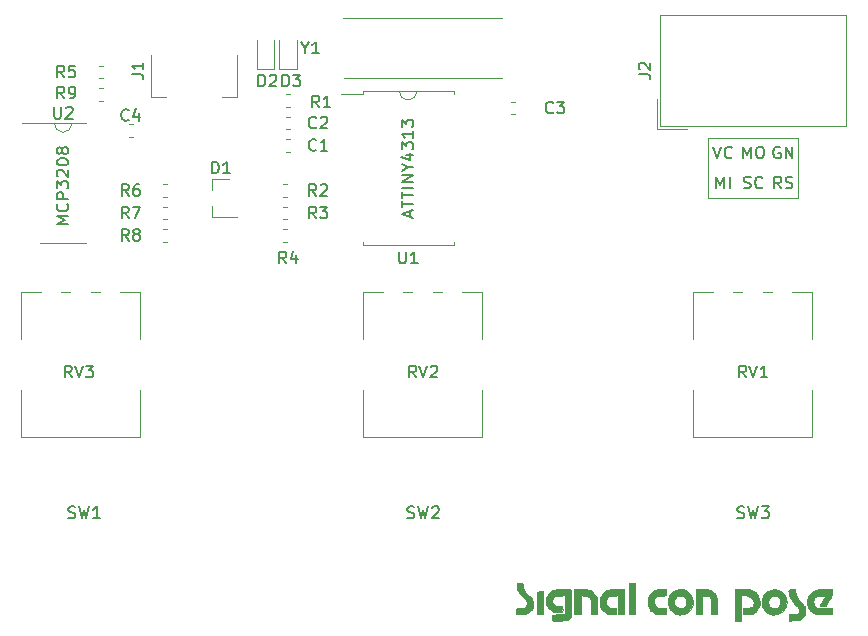
<source format=gto>
G04 #@! TF.GenerationSoftware,KiCad,Pcbnew,(5.1.2-1)-1*
G04 #@! TF.CreationDate,2019-08-25T18:33:29+09:00*
G04 #@! TF.ProjectId,mmk3,6d6d6b33-2e6b-4696-9361-645f70636258,rev?*
G04 #@! TF.SameCoordinates,Original*
G04 #@! TF.FileFunction,Legend,Top*
G04 #@! TF.FilePolarity,Positive*
%FSLAX46Y46*%
G04 Gerber Fmt 4.6, Leading zero omitted, Abs format (unit mm)*
G04 Created by KiCad (PCBNEW (5.1.2-1)-1) date 2019-08-25 18:33:29*
%MOMM*%
%LPD*%
G04 APERTURE LIST*
%ADD10C,0.120000*%
%ADD11C,0.150000*%
%ADD12C,0.010000*%
G04 APERTURE END LIST*
D10*
X158750000Y-74168000D02*
X158750000Y-79248000D01*
X166370000Y-74168000D02*
X158750000Y-74168000D01*
X166370000Y-79248000D02*
X166370000Y-74168000D01*
X158750000Y-79248000D02*
X166370000Y-79248000D01*
D11*
X164933333Y-78430380D02*
X164600000Y-77954190D01*
X164361904Y-78430380D02*
X164361904Y-77430380D01*
X164742857Y-77430380D01*
X164838095Y-77478000D01*
X164885714Y-77525619D01*
X164933333Y-77620857D01*
X164933333Y-77763714D01*
X164885714Y-77858952D01*
X164838095Y-77906571D01*
X164742857Y-77954190D01*
X164361904Y-77954190D01*
X165314285Y-78382761D02*
X165457142Y-78430380D01*
X165695238Y-78430380D01*
X165790476Y-78382761D01*
X165838095Y-78335142D01*
X165885714Y-78239904D01*
X165885714Y-78144666D01*
X165838095Y-78049428D01*
X165790476Y-78001809D01*
X165695238Y-77954190D01*
X165504761Y-77906571D01*
X165409523Y-77858952D01*
X165361904Y-77811333D01*
X165314285Y-77716095D01*
X165314285Y-77620857D01*
X165361904Y-77525619D01*
X165409523Y-77478000D01*
X165504761Y-77430380D01*
X165742857Y-77430380D01*
X165885714Y-77478000D01*
X161774285Y-78382761D02*
X161917142Y-78430380D01*
X162155238Y-78430380D01*
X162250476Y-78382761D01*
X162298095Y-78335142D01*
X162345714Y-78239904D01*
X162345714Y-78144666D01*
X162298095Y-78049428D01*
X162250476Y-78001809D01*
X162155238Y-77954190D01*
X161964761Y-77906571D01*
X161869523Y-77858952D01*
X161821904Y-77811333D01*
X161774285Y-77716095D01*
X161774285Y-77620857D01*
X161821904Y-77525619D01*
X161869523Y-77478000D01*
X161964761Y-77430380D01*
X162202857Y-77430380D01*
X162345714Y-77478000D01*
X163345714Y-78335142D02*
X163298095Y-78382761D01*
X163155238Y-78430380D01*
X163060000Y-78430380D01*
X162917142Y-78382761D01*
X162821904Y-78287523D01*
X162774285Y-78192285D01*
X162726666Y-78001809D01*
X162726666Y-77858952D01*
X162774285Y-77668476D01*
X162821904Y-77573238D01*
X162917142Y-77478000D01*
X163060000Y-77430380D01*
X163155238Y-77430380D01*
X163298095Y-77478000D01*
X163345714Y-77525619D01*
X159448571Y-78430380D02*
X159448571Y-77430380D01*
X159781904Y-78144666D01*
X160115238Y-77430380D01*
X160115238Y-78430380D01*
X160591428Y-78430380D02*
X160591428Y-77430380D01*
X164838095Y-74938000D02*
X164742857Y-74890380D01*
X164600000Y-74890380D01*
X164457142Y-74938000D01*
X164361904Y-75033238D01*
X164314285Y-75128476D01*
X164266666Y-75318952D01*
X164266666Y-75461809D01*
X164314285Y-75652285D01*
X164361904Y-75747523D01*
X164457142Y-75842761D01*
X164600000Y-75890380D01*
X164695238Y-75890380D01*
X164838095Y-75842761D01*
X164885714Y-75795142D01*
X164885714Y-75461809D01*
X164695238Y-75461809D01*
X165314285Y-75890380D02*
X165314285Y-74890380D01*
X165885714Y-75890380D01*
X165885714Y-74890380D01*
X161702857Y-75890380D02*
X161702857Y-74890380D01*
X162036190Y-75604666D01*
X162369523Y-74890380D01*
X162369523Y-75890380D01*
X163036190Y-74890380D02*
X163226666Y-74890380D01*
X163321904Y-74938000D01*
X163417142Y-75033238D01*
X163464761Y-75223714D01*
X163464761Y-75557047D01*
X163417142Y-75747523D01*
X163321904Y-75842761D01*
X163226666Y-75890380D01*
X163036190Y-75890380D01*
X162940952Y-75842761D01*
X162845714Y-75747523D01*
X162798095Y-75557047D01*
X162798095Y-75223714D01*
X162845714Y-75033238D01*
X162940952Y-74938000D01*
X163036190Y-74890380D01*
X159186666Y-74890380D02*
X159520000Y-75890380D01*
X159853333Y-74890380D01*
X160758095Y-75795142D02*
X160710476Y-75842761D01*
X160567619Y-75890380D01*
X160472380Y-75890380D01*
X160329523Y-75842761D01*
X160234285Y-75747523D01*
X160186666Y-75652285D01*
X160139047Y-75461809D01*
X160139047Y-75318952D01*
X160186666Y-75128476D01*
X160234285Y-75033238D01*
X160329523Y-74938000D01*
X160472380Y-74890380D01*
X160567619Y-74890380D01*
X160710476Y-74938000D01*
X160758095Y-74985619D01*
D10*
X134112113Y-70182997D02*
G75*
G02X132588001Y-70178001I-762113J-15003D01*
G01*
X104902113Y-72902997D02*
G75*
G02X103378001Y-72898001I-762113J-15003D01*
G01*
D11*
X104592380Y-81470095D02*
X103592380Y-81470095D01*
X104306666Y-81136761D01*
X103592380Y-80803428D01*
X104592380Y-80803428D01*
X104497142Y-79755809D02*
X104544761Y-79803428D01*
X104592380Y-79946285D01*
X104592380Y-80041523D01*
X104544761Y-80184380D01*
X104449523Y-80279619D01*
X104354285Y-80327238D01*
X104163809Y-80374857D01*
X104020952Y-80374857D01*
X103830476Y-80327238D01*
X103735238Y-80279619D01*
X103640000Y-80184380D01*
X103592380Y-80041523D01*
X103592380Y-79946285D01*
X103640000Y-79803428D01*
X103687619Y-79755809D01*
X104592380Y-79327238D02*
X103592380Y-79327238D01*
X103592380Y-78946285D01*
X103640000Y-78851047D01*
X103687619Y-78803428D01*
X103782857Y-78755809D01*
X103925714Y-78755809D01*
X104020952Y-78803428D01*
X104068571Y-78851047D01*
X104116190Y-78946285D01*
X104116190Y-79327238D01*
X103592380Y-78422476D02*
X103592380Y-77803428D01*
X103973333Y-78136761D01*
X103973333Y-77993904D01*
X104020952Y-77898666D01*
X104068571Y-77851047D01*
X104163809Y-77803428D01*
X104401904Y-77803428D01*
X104497142Y-77851047D01*
X104544761Y-77898666D01*
X104592380Y-77993904D01*
X104592380Y-78279619D01*
X104544761Y-78374857D01*
X104497142Y-78422476D01*
X103687619Y-77422476D02*
X103640000Y-77374857D01*
X103592380Y-77279619D01*
X103592380Y-77041523D01*
X103640000Y-76946285D01*
X103687619Y-76898666D01*
X103782857Y-76851047D01*
X103878095Y-76851047D01*
X104020952Y-76898666D01*
X104592380Y-77470095D01*
X104592380Y-76851047D01*
X103592380Y-76232000D02*
X103592380Y-76136761D01*
X103640000Y-76041523D01*
X103687619Y-75993904D01*
X103782857Y-75946285D01*
X103973333Y-75898666D01*
X104211428Y-75898666D01*
X104401904Y-75946285D01*
X104497142Y-75993904D01*
X104544761Y-76041523D01*
X104592380Y-76136761D01*
X104592380Y-76232000D01*
X104544761Y-76327238D01*
X104497142Y-76374857D01*
X104401904Y-76422476D01*
X104211428Y-76470095D01*
X103973333Y-76470095D01*
X103782857Y-76422476D01*
X103687619Y-76374857D01*
X103640000Y-76327238D01*
X103592380Y-76232000D01*
X104020952Y-75327238D02*
X103973333Y-75422476D01*
X103925714Y-75470095D01*
X103830476Y-75517714D01*
X103782857Y-75517714D01*
X103687619Y-75470095D01*
X103640000Y-75422476D01*
X103592380Y-75327238D01*
X103592380Y-75136761D01*
X103640000Y-75041523D01*
X103687619Y-74993904D01*
X103782857Y-74946285D01*
X103830476Y-74946285D01*
X103925714Y-74993904D01*
X103973333Y-75041523D01*
X104020952Y-75136761D01*
X104020952Y-75327238D01*
X104068571Y-75422476D01*
X104116190Y-75470095D01*
X104211428Y-75517714D01*
X104401904Y-75517714D01*
X104497142Y-75470095D01*
X104544761Y-75422476D01*
X104592380Y-75327238D01*
X104592380Y-75136761D01*
X104544761Y-75041523D01*
X104497142Y-74993904D01*
X104401904Y-74946285D01*
X104211428Y-74946285D01*
X104116190Y-74993904D01*
X104068571Y-75041523D01*
X104020952Y-75136761D01*
X133516666Y-80803238D02*
X133516666Y-80327047D01*
X133802380Y-80898476D02*
X132802380Y-80565142D01*
X133802380Y-80231809D01*
X132802380Y-80041333D02*
X132802380Y-79469904D01*
X133802380Y-79755619D02*
X132802380Y-79755619D01*
X132802380Y-79279428D02*
X132802380Y-78708000D01*
X133802380Y-78993714D02*
X132802380Y-78993714D01*
X133802380Y-78374666D02*
X132802380Y-78374666D01*
X133802380Y-77898476D02*
X132802380Y-77898476D01*
X133802380Y-77327047D01*
X132802380Y-77327047D01*
X133326190Y-76660380D02*
X133802380Y-76660380D01*
X132802380Y-76993714D02*
X133326190Y-76660380D01*
X132802380Y-76327047D01*
X133135714Y-75565142D02*
X133802380Y-75565142D01*
X132754761Y-75803238D02*
X133469047Y-76041333D01*
X133469047Y-75422285D01*
X132802380Y-75136571D02*
X132802380Y-74517523D01*
X133183333Y-74850857D01*
X133183333Y-74708000D01*
X133230952Y-74612761D01*
X133278571Y-74565142D01*
X133373809Y-74517523D01*
X133611904Y-74517523D01*
X133707142Y-74565142D01*
X133754761Y-74612761D01*
X133802380Y-74708000D01*
X133802380Y-74993714D01*
X133754761Y-75088952D01*
X133707142Y-75136571D01*
X133802380Y-73565142D02*
X133802380Y-74136571D01*
X133802380Y-73850857D02*
X132802380Y-73850857D01*
X132945238Y-73946095D01*
X133040476Y-74041333D01*
X133088095Y-74136571D01*
X132802380Y-73231809D02*
X132802380Y-72612761D01*
X133183333Y-72946095D01*
X133183333Y-72803238D01*
X133230952Y-72708000D01*
X133278571Y-72660380D01*
X133373809Y-72612761D01*
X133611904Y-72612761D01*
X133707142Y-72660380D01*
X133754761Y-72708000D01*
X133802380Y-72803238D01*
X133802380Y-73088952D01*
X133754761Y-73184190D01*
X133707142Y-73231809D01*
D10*
X107143733Y-70995000D02*
X107486267Y-70995000D01*
X107143733Y-69975000D02*
X107486267Y-69975000D01*
X123925000Y-68335000D02*
X123925000Y-65875000D01*
X122455000Y-68335000D02*
X123925000Y-68335000D01*
X122455000Y-65875000D02*
X122455000Y-68335000D01*
X141320000Y-63998000D02*
X127870000Y-63998000D01*
X127889000Y-69098000D02*
X141320000Y-69098000D01*
X118840000Y-70678000D02*
X118840000Y-67178000D01*
X111590000Y-67178000D02*
X111590000Y-70678000D01*
X111590000Y-70678000D02*
X112840000Y-70678000D01*
X117590000Y-70678000D02*
X118840000Y-70678000D01*
X110645000Y-99480000D02*
X100604000Y-99480000D01*
X102254000Y-87240000D02*
X100604000Y-87240000D01*
X104753000Y-87240000D02*
X103994000Y-87240000D01*
X107253000Y-87240000D02*
X106494000Y-87240000D01*
X110645000Y-87240000D02*
X108995000Y-87240000D01*
X100604000Y-95544000D02*
X100604000Y-99480000D01*
X100604000Y-87240000D02*
X100604000Y-91177000D01*
X110645000Y-95544000D02*
X110645000Y-99480000D01*
X110645000Y-87240000D02*
X110645000Y-91177000D01*
X112947267Y-78103000D02*
X112604733Y-78103000D01*
X112947267Y-79123000D02*
X112604733Y-79123000D01*
X112947267Y-80008000D02*
X112604733Y-80008000D01*
X112947267Y-81028000D02*
X112604733Y-81028000D01*
X104140000Y-83038000D02*
X106090000Y-83038000D01*
X104140000Y-83038000D02*
X102190000Y-83038000D01*
X104140000Y-72918000D02*
X106090000Y-72918000D01*
X104140000Y-72918000D02*
X100690000Y-72918000D01*
D12*
G36*
X146855338Y-112367160D02*
G01*
X146997512Y-112375985D01*
X147085366Y-112389787D01*
X147105172Y-112400106D01*
X147112173Y-112449232D01*
X147118705Y-112567186D01*
X147124494Y-112743419D01*
X147129270Y-112967382D01*
X147132762Y-113228528D01*
X147134698Y-113516309D01*
X147134815Y-113552906D01*
X147135143Y-113889268D01*
X147133754Y-114154882D01*
X147130244Y-114358363D01*
X147124212Y-114508328D01*
X147115254Y-114613391D01*
X147102969Y-114682170D01*
X147086953Y-114723279D01*
X147079662Y-114733609D01*
X147047722Y-114786549D01*
X147056593Y-114803062D01*
X147048157Y-114822485D01*
X146987905Y-114872122D01*
X146933760Y-114910531D01*
X146870311Y-114951644D01*
X146810721Y-114980738D01*
X146740054Y-114999975D01*
X146643373Y-115011514D01*
X146505743Y-115017518D01*
X146312228Y-115020147D01*
X146170484Y-115020968D01*
X145960997Y-115021299D01*
X145782283Y-115020255D01*
X145648096Y-115018023D01*
X145572191Y-115014789D01*
X145560289Y-115012718D01*
X145550977Y-114951548D01*
X145547717Y-114844707D01*
X145549871Y-114722053D01*
X145556799Y-114613442D01*
X145567862Y-114548728D01*
X145570322Y-114543936D01*
X145622026Y-114526840D01*
X145741940Y-114514216D01*
X145918986Y-114506860D01*
X146108781Y-114505352D01*
X146617453Y-114507613D01*
X146617453Y-112891393D01*
X146211087Y-112904650D01*
X146026768Y-112911687D01*
X145902805Y-112921726D01*
X145820202Y-112939769D01*
X145759967Y-112970820D01*
X145703104Y-113019881D01*
X145677544Y-113045173D01*
X145593243Y-113145382D01*
X145556867Y-113246231D01*
X145550367Y-113354468D01*
X145561549Y-113486636D01*
X145606602Y-113583732D01*
X145674660Y-113660789D01*
X145749202Y-113728065D01*
X145821143Y-113766002D01*
X145917634Y-113783448D01*
X146065827Y-113789249D01*
X146069055Y-113789300D01*
X146211710Y-113795025D01*
X146323969Y-113805937D01*
X146380620Y-113819348D01*
X146402584Y-113870139D01*
X146416515Y-113974811D01*
X146419359Y-114076073D01*
X146416635Y-114306968D01*
X146078119Y-114312928D01*
X145836870Y-114305940D01*
X145648611Y-114269868D01*
X145489783Y-114196613D01*
X145336823Y-114078076D01*
X145303010Y-114046450D01*
X145181235Y-113912637D01*
X145101489Y-113775030D01*
X145054379Y-113609970D01*
X145030512Y-113393799D01*
X145028310Y-113354609D01*
X145028287Y-113218796D01*
X145040752Y-113112064D01*
X145057430Y-113066874D01*
X145080310Y-113024388D01*
X145072997Y-113017125D01*
X145062777Y-112991478D01*
X145096349Y-112924422D01*
X145161489Y-112830785D01*
X145245972Y-112725392D01*
X145337573Y-112623072D01*
X145424069Y-112538651D01*
X145493233Y-112486957D01*
X145517481Y-112478018D01*
X145570200Y-112461327D01*
X145659577Y-112425470D01*
X145664469Y-112423369D01*
X145745114Y-112404482D01*
X145881881Y-112388789D01*
X146058993Y-112376545D01*
X146260672Y-112368006D01*
X146471141Y-112363425D01*
X146674622Y-112363058D01*
X146855338Y-112367160D01*
X146855338Y-112367160D01*
G37*
X146855338Y-112367160D02*
X146997512Y-112375985D01*
X147085366Y-112389787D01*
X147105172Y-112400106D01*
X147112173Y-112449232D01*
X147118705Y-112567186D01*
X147124494Y-112743419D01*
X147129270Y-112967382D01*
X147132762Y-113228528D01*
X147134698Y-113516309D01*
X147134815Y-113552906D01*
X147135143Y-113889268D01*
X147133754Y-114154882D01*
X147130244Y-114358363D01*
X147124212Y-114508328D01*
X147115254Y-114613391D01*
X147102969Y-114682170D01*
X147086953Y-114723279D01*
X147079662Y-114733609D01*
X147047722Y-114786549D01*
X147056593Y-114803062D01*
X147048157Y-114822485D01*
X146987905Y-114872122D01*
X146933760Y-114910531D01*
X146870311Y-114951644D01*
X146810721Y-114980738D01*
X146740054Y-114999975D01*
X146643373Y-115011514D01*
X146505743Y-115017518D01*
X146312228Y-115020147D01*
X146170484Y-115020968D01*
X145960997Y-115021299D01*
X145782283Y-115020255D01*
X145648096Y-115018023D01*
X145572191Y-115014789D01*
X145560289Y-115012718D01*
X145550977Y-114951548D01*
X145547717Y-114844707D01*
X145549871Y-114722053D01*
X145556799Y-114613442D01*
X145567862Y-114548728D01*
X145570322Y-114543936D01*
X145622026Y-114526840D01*
X145741940Y-114514216D01*
X145918986Y-114506860D01*
X146108781Y-114505352D01*
X146617453Y-114507613D01*
X146617453Y-112891393D01*
X146211087Y-112904650D01*
X146026768Y-112911687D01*
X145902805Y-112921726D01*
X145820202Y-112939769D01*
X145759967Y-112970820D01*
X145703104Y-113019881D01*
X145677544Y-113045173D01*
X145593243Y-113145382D01*
X145556867Y-113246231D01*
X145550367Y-113354468D01*
X145561549Y-113486636D01*
X145606602Y-113583732D01*
X145674660Y-113660789D01*
X145749202Y-113728065D01*
X145821143Y-113766002D01*
X145917634Y-113783448D01*
X146065827Y-113789249D01*
X146069055Y-113789300D01*
X146211710Y-113795025D01*
X146323969Y-113805937D01*
X146380620Y-113819348D01*
X146402584Y-113870139D01*
X146416515Y-113974811D01*
X146419359Y-114076073D01*
X146416635Y-114306968D01*
X146078119Y-114312928D01*
X145836870Y-114305940D01*
X145648611Y-114269868D01*
X145489783Y-114196613D01*
X145336823Y-114078076D01*
X145303010Y-114046450D01*
X145181235Y-113912637D01*
X145101489Y-113775030D01*
X145054379Y-113609970D01*
X145030512Y-113393799D01*
X145028310Y-113354609D01*
X145028287Y-113218796D01*
X145040752Y-113112064D01*
X145057430Y-113066874D01*
X145080310Y-113024388D01*
X145072997Y-113017125D01*
X145062777Y-112991478D01*
X145096349Y-112924422D01*
X145161489Y-112830785D01*
X145245972Y-112725392D01*
X145337573Y-112623072D01*
X145424069Y-112538651D01*
X145493233Y-112486957D01*
X145517481Y-112478018D01*
X145570200Y-112461327D01*
X145659577Y-112425470D01*
X145664469Y-112423369D01*
X145745114Y-112404482D01*
X145881881Y-112388789D01*
X146058993Y-112376545D01*
X146260672Y-112368006D01*
X146471141Y-112363425D01*
X146674622Y-112363058D01*
X146855338Y-112367160D01*
G36*
X161648609Y-112363207D02*
G01*
X161889077Y-112364880D01*
X162066151Y-112368532D01*
X162195812Y-112376450D01*
X162294039Y-112390920D01*
X162376814Y-112414228D01*
X162460117Y-112448661D01*
X162551500Y-112492394D01*
X162672027Y-112553109D01*
X162753725Y-112598049D01*
X162781349Y-112618742D01*
X162779790Y-112619235D01*
X162786930Y-112645246D01*
X162837582Y-112710714D01*
X162884888Y-112763138D01*
X163008515Y-112946354D01*
X163089618Y-113177604D01*
X163123498Y-113435141D01*
X163105456Y-113697215D01*
X163096495Y-113742446D01*
X163059789Y-113845952D01*
X162997685Y-113965930D01*
X162924295Y-114080515D01*
X162853727Y-114167837D01*
X162800092Y-114206028D01*
X162797205Y-114206300D01*
X162764323Y-114229787D01*
X162769781Y-114247437D01*
X162761994Y-114282380D01*
X162738587Y-114287125D01*
X162671617Y-114314399D01*
X162612457Y-114364924D01*
X162551553Y-114421891D01*
X162517009Y-114439599D01*
X162462203Y-114446136D01*
X162397449Y-114464529D01*
X162392750Y-114465718D01*
X162345899Y-114483609D01*
X162343141Y-114485827D01*
X162301700Y-114491368D01*
X162200747Y-114496908D01*
X162060140Y-114501428D01*
X162024019Y-114502222D01*
X161714819Y-114508430D01*
X161726363Y-114250439D01*
X161737906Y-113992447D01*
X161982934Y-113987578D01*
X162195456Y-113965639D01*
X162340122Y-113909357D01*
X162440655Y-113837592D01*
X162511538Y-113775898D01*
X162538494Y-113737669D01*
X162529632Y-113731500D01*
X162527335Y-113707137D01*
X162549556Y-113674310D01*
X162594574Y-113571091D01*
X162607397Y-113432718D01*
X162586236Y-113297358D01*
X162569217Y-113255250D01*
X162466365Y-113100427D01*
X162331873Y-112991650D01*
X162153287Y-112923056D01*
X161918153Y-112888785D01*
X161777594Y-112882729D01*
X161539469Y-112878218D01*
X161528909Y-113959703D01*
X161518349Y-115041187D01*
X161003688Y-115041187D01*
X161003688Y-112359846D01*
X161648609Y-112363207D01*
X161648609Y-112363207D01*
G37*
X161648609Y-112363207D02*
X161889077Y-112364880D01*
X162066151Y-112368532D01*
X162195812Y-112376450D01*
X162294039Y-112390920D01*
X162376814Y-112414228D01*
X162460117Y-112448661D01*
X162551500Y-112492394D01*
X162672027Y-112553109D01*
X162753725Y-112598049D01*
X162781349Y-112618742D01*
X162779790Y-112619235D01*
X162786930Y-112645246D01*
X162837582Y-112710714D01*
X162884888Y-112763138D01*
X163008515Y-112946354D01*
X163089618Y-113177604D01*
X163123498Y-113435141D01*
X163105456Y-113697215D01*
X163096495Y-113742446D01*
X163059789Y-113845952D01*
X162997685Y-113965930D01*
X162924295Y-114080515D01*
X162853727Y-114167837D01*
X162800092Y-114206028D01*
X162797205Y-114206300D01*
X162764323Y-114229787D01*
X162769781Y-114247437D01*
X162761994Y-114282380D01*
X162738587Y-114287125D01*
X162671617Y-114314399D01*
X162612457Y-114364924D01*
X162551553Y-114421891D01*
X162517009Y-114439599D01*
X162462203Y-114446136D01*
X162397449Y-114464529D01*
X162392750Y-114465718D01*
X162345899Y-114483609D01*
X162343141Y-114485827D01*
X162301700Y-114491368D01*
X162200747Y-114496908D01*
X162060140Y-114501428D01*
X162024019Y-114502222D01*
X161714819Y-114508430D01*
X161726363Y-114250439D01*
X161737906Y-113992447D01*
X161982934Y-113987578D01*
X162195456Y-113965639D01*
X162340122Y-113909357D01*
X162440655Y-113837592D01*
X162511538Y-113775898D01*
X162538494Y-113737669D01*
X162529632Y-113731500D01*
X162527335Y-113707137D01*
X162549556Y-113674310D01*
X162594574Y-113571091D01*
X162607397Y-113432718D01*
X162586236Y-113297358D01*
X162569217Y-113255250D01*
X162466365Y-113100427D01*
X162331873Y-112991650D01*
X162153287Y-112923056D01*
X161918153Y-112888785D01*
X161777594Y-112882729D01*
X161539469Y-112878218D01*
X161528909Y-113959703D01*
X161518349Y-115041187D01*
X161003688Y-115041187D01*
X161003688Y-112359846D01*
X161648609Y-112363207D01*
G36*
X165988702Y-112367745D02*
G01*
X166058364Y-112381756D01*
X166068054Y-112388937D01*
X166083697Y-112444691D01*
X166099632Y-112546276D01*
X166103454Y-112579820D01*
X166155295Y-112804441D01*
X166267327Y-113026178D01*
X166446203Y-113257263D01*
X166508594Y-113324703D01*
X166612187Y-113435505D01*
X166687714Y-113520778D01*
X166723948Y-113567627D01*
X166724636Y-113572750D01*
X166735918Y-113597809D01*
X166788915Y-113660800D01*
X166817906Y-113691812D01*
X166882372Y-113764554D01*
X166909585Y-113806673D01*
X166907060Y-113810875D01*
X166904817Y-113840775D01*
X166933822Y-113910482D01*
X166975183Y-114066134D01*
X166967272Y-114255239D01*
X166916154Y-114454349D01*
X166827898Y-114640013D01*
X166708568Y-114788783D01*
X166705977Y-114791156D01*
X166602995Y-114878335D01*
X166506781Y-114938512D01*
X166398490Y-114977178D01*
X166259272Y-114999822D01*
X166070282Y-115011934D01*
X165933223Y-115016224D01*
X165564478Y-115025634D01*
X165576036Y-114766616D01*
X165587594Y-114507599D01*
X165914544Y-114503942D01*
X166084090Y-114499124D01*
X166195663Y-114486138D01*
X166270591Y-114460282D01*
X166330202Y-114416857D01*
X166336626Y-114410912D01*
X166401135Y-114328430D01*
X166425619Y-114223786D01*
X166426395Y-114145734D01*
X166419686Y-114061968D01*
X166398462Y-113990789D01*
X166352331Y-113915657D01*
X166270901Y-113820031D01*
X166143780Y-113687372D01*
X166128830Y-113672120D01*
X166012312Y-113550579D01*
X165923951Y-113452978D01*
X165873819Y-113390812D01*
X165867857Y-113374312D01*
X165867539Y-113349220D01*
X165823925Y-113288489D01*
X165820907Y-113285015D01*
X165729636Y-113158424D01*
X165658196Y-113019827D01*
X165631350Y-112936053D01*
X165616740Y-112861362D01*
X165594535Y-112748779D01*
X165588732Y-112719468D01*
X165565443Y-112600194D01*
X165547591Y-112505824D01*
X165545111Y-112492100D01*
X165558047Y-112418141D01*
X165580111Y-112393871D01*
X165645920Y-112375578D01*
X165754564Y-112364939D01*
X165878130Y-112362233D01*
X165988702Y-112367745D01*
X165988702Y-112367745D01*
G37*
X165988702Y-112367745D02*
X166058364Y-112381756D01*
X166068054Y-112388937D01*
X166083697Y-112444691D01*
X166099632Y-112546276D01*
X166103454Y-112579820D01*
X166155295Y-112804441D01*
X166267327Y-113026178D01*
X166446203Y-113257263D01*
X166508594Y-113324703D01*
X166612187Y-113435505D01*
X166687714Y-113520778D01*
X166723948Y-113567627D01*
X166724636Y-113572750D01*
X166735918Y-113597809D01*
X166788915Y-113660800D01*
X166817906Y-113691812D01*
X166882372Y-113764554D01*
X166909585Y-113806673D01*
X166907060Y-113810875D01*
X166904817Y-113840775D01*
X166933822Y-113910482D01*
X166975183Y-114066134D01*
X166967272Y-114255239D01*
X166916154Y-114454349D01*
X166827898Y-114640013D01*
X166708568Y-114788783D01*
X166705977Y-114791156D01*
X166602995Y-114878335D01*
X166506781Y-114938512D01*
X166398490Y-114977178D01*
X166259272Y-114999822D01*
X166070282Y-115011934D01*
X165933223Y-115016224D01*
X165564478Y-115025634D01*
X165576036Y-114766616D01*
X165587594Y-114507599D01*
X165914544Y-114503942D01*
X166084090Y-114499124D01*
X166195663Y-114486138D01*
X166270591Y-114460282D01*
X166330202Y-114416857D01*
X166336626Y-114410912D01*
X166401135Y-114328430D01*
X166425619Y-114223786D01*
X166426395Y-114145734D01*
X166419686Y-114061968D01*
X166398462Y-113990789D01*
X166352331Y-113915657D01*
X166270901Y-113820031D01*
X166143780Y-113687372D01*
X166128830Y-113672120D01*
X166012312Y-113550579D01*
X165923951Y-113452978D01*
X165873819Y-113390812D01*
X165867857Y-113374312D01*
X165867539Y-113349220D01*
X165823925Y-113288489D01*
X165820907Y-113285015D01*
X165729636Y-113158424D01*
X165658196Y-113019827D01*
X165631350Y-112936053D01*
X165616740Y-112861362D01*
X165594535Y-112748779D01*
X165588732Y-112719468D01*
X165565443Y-112600194D01*
X165547591Y-112505824D01*
X165545111Y-112492100D01*
X165558047Y-112418141D01*
X165580111Y-112393871D01*
X165645920Y-112375578D01*
X165754564Y-112364939D01*
X165878130Y-112362233D01*
X165988702Y-112367745D01*
G36*
X142889471Y-111850756D02*
G01*
X142986800Y-111867016D01*
X143022417Y-111884263D01*
X143045277Y-111945395D01*
X143067069Y-112055548D01*
X143076521Y-112129292D01*
X143105527Y-112280633D01*
X143165414Y-112424917D01*
X143264971Y-112575780D01*
X143412988Y-112746857D01*
X143587928Y-112922659D01*
X143729590Y-113063543D01*
X143822362Y-113173214D01*
X143876672Y-113273199D01*
X143902947Y-113385028D01*
X143911617Y-113530229D01*
X143912419Y-113592593D01*
X143906249Y-113783380D01*
X143881448Y-113916016D01*
X143833871Y-114010395D01*
X143822212Y-114025285D01*
X143793147Y-114075285D01*
X143801722Y-114088687D01*
X143810594Y-114108918D01*
X143769210Y-114160853D01*
X143692810Y-114231359D01*
X143596632Y-114307299D01*
X143495919Y-114375539D01*
X143422125Y-114415852D01*
X143299129Y-114461327D01*
X143155181Y-114488718D01*
X142966010Y-114501942D01*
X142875403Y-114504096D01*
X142507276Y-114509680D01*
X142520966Y-114250768D01*
X142534658Y-113991856D01*
X142861013Y-113988076D01*
X143026959Y-113983787D01*
X143135315Y-113972016D01*
X143207839Y-113947385D01*
X143266288Y-113904519D01*
X143289452Y-113882212D01*
X143367898Y-113754411D01*
X143403135Y-113589989D01*
X143390999Y-113421436D01*
X143359857Y-113333060D01*
X143310876Y-113263751D01*
X143218605Y-113156842D01*
X143097817Y-113028849D01*
X143004860Y-112936185D01*
X142842629Y-112772549D01*
X142730547Y-112642953D01*
X142656709Y-112531948D01*
X142609206Y-112424083D01*
X142608429Y-112421812D01*
X142588437Y-112372712D01*
X142571997Y-112334875D01*
X142553721Y-112257861D01*
X142539914Y-112135551D01*
X142535737Y-112058065D01*
X142529156Y-111848349D01*
X142759268Y-111845579D01*
X142889471Y-111850756D01*
X142889471Y-111850756D01*
G37*
X142889471Y-111850756D02*
X142986800Y-111867016D01*
X143022417Y-111884263D01*
X143045277Y-111945395D01*
X143067069Y-112055548D01*
X143076521Y-112129292D01*
X143105527Y-112280633D01*
X143165414Y-112424917D01*
X143264971Y-112575780D01*
X143412988Y-112746857D01*
X143587928Y-112922659D01*
X143729590Y-113063543D01*
X143822362Y-113173214D01*
X143876672Y-113273199D01*
X143902947Y-113385028D01*
X143911617Y-113530229D01*
X143912419Y-113592593D01*
X143906249Y-113783380D01*
X143881448Y-113916016D01*
X143833871Y-114010395D01*
X143822212Y-114025285D01*
X143793147Y-114075285D01*
X143801722Y-114088687D01*
X143810594Y-114108918D01*
X143769210Y-114160853D01*
X143692810Y-114231359D01*
X143596632Y-114307299D01*
X143495919Y-114375539D01*
X143422125Y-114415852D01*
X143299129Y-114461327D01*
X143155181Y-114488718D01*
X142966010Y-114501942D01*
X142875403Y-114504096D01*
X142507276Y-114509680D01*
X142520966Y-114250768D01*
X142534658Y-113991856D01*
X142861013Y-113988076D01*
X143026959Y-113983787D01*
X143135315Y-113972016D01*
X143207839Y-113947385D01*
X143266288Y-113904519D01*
X143289452Y-113882212D01*
X143367898Y-113754411D01*
X143403135Y-113589989D01*
X143390999Y-113421436D01*
X143359857Y-113333060D01*
X143310876Y-113263751D01*
X143218605Y-113156842D01*
X143097817Y-113028849D01*
X143004860Y-112936185D01*
X142842629Y-112772549D01*
X142730547Y-112642953D01*
X142656709Y-112531948D01*
X142609206Y-112424083D01*
X142608429Y-112421812D01*
X142588437Y-112372712D01*
X142571997Y-112334875D01*
X142553721Y-112257861D01*
X142539914Y-112135551D01*
X142535737Y-112058065D01*
X142529156Y-111848349D01*
X142759268Y-111845579D01*
X142889471Y-111850756D01*
G36*
X144751255Y-112560718D02*
G01*
X144752447Y-114506932D01*
X144504005Y-114506932D01*
X144374396Y-114506821D01*
X144282739Y-114506530D01*
X144250706Y-114506169D01*
X144249128Y-114468076D01*
X144247299Y-114361506D01*
X144245338Y-114197355D01*
X144243365Y-113986522D01*
X144241498Y-113739902D01*
X144240364Y-113559801D01*
X144240175Y-113234958D01*
X144243600Y-112970512D01*
X144250473Y-112771111D01*
X144260630Y-112641399D01*
X144273904Y-112586024D01*
X144274986Y-112585023D01*
X144334681Y-112569167D01*
X144445149Y-112559648D01*
X144533174Y-112558283D01*
X144751255Y-112560718D01*
X144751255Y-112560718D01*
G37*
X144751255Y-112560718D02*
X144752447Y-114506932D01*
X144504005Y-114506932D01*
X144374396Y-114506821D01*
X144282739Y-114506530D01*
X144250706Y-114506169D01*
X144249128Y-114468076D01*
X144247299Y-114361506D01*
X144245338Y-114197355D01*
X144243365Y-113986522D01*
X144241498Y-113739902D01*
X144240364Y-113559801D01*
X144240175Y-113234958D01*
X144243600Y-112970512D01*
X144250473Y-112771111D01*
X144260630Y-112641399D01*
X144273904Y-112586024D01*
X144274986Y-112585023D01*
X144334681Y-112569167D01*
X144445149Y-112559648D01*
X144533174Y-112558283D01*
X144751255Y-112560718D01*
G36*
X147916734Y-112363918D02*
G01*
X148211754Y-112369940D01*
X148442939Y-112386813D01*
X148625595Y-112419299D01*
X148775028Y-112472160D01*
X148906544Y-112550159D01*
X149035450Y-112658056D01*
X149115789Y-112736967D01*
X149208427Y-112834779D01*
X149269799Y-112906233D01*
X149288026Y-112937382D01*
X149286815Y-112937749D01*
X149284198Y-112967744D01*
X149313969Y-113040045D01*
X149314766Y-113041587D01*
X149337411Y-113114734D01*
X149354073Y-113239823D01*
X149365337Y-113424699D01*
X149371791Y-113677208D01*
X149373362Y-113826178D01*
X149378085Y-114506932D01*
X148859313Y-114506932D01*
X148859313Y-113903277D01*
X148856701Y-113663070D01*
X148849262Y-113472655D01*
X148837589Y-113341284D01*
X148822276Y-113278209D01*
X148818978Y-113274693D01*
X148793554Y-113231103D01*
X148797590Y-113219108D01*
X148782879Y-113176198D01*
X148724144Y-113101615D01*
X148680735Y-113056827D01*
X148602871Y-112987970D01*
X148528452Y-112946369D01*
X148431790Y-112923170D01*
X148287194Y-112909518D01*
X148245716Y-112906874D01*
X147946500Y-112888546D01*
X147946500Y-114506932D01*
X147430563Y-114506932D01*
X147430563Y-112360721D01*
X147916734Y-112363918D01*
X147916734Y-112363918D01*
G37*
X147916734Y-112363918D02*
X148211754Y-112369940D01*
X148442939Y-112386813D01*
X148625595Y-112419299D01*
X148775028Y-112472160D01*
X148906544Y-112550159D01*
X149035450Y-112658056D01*
X149115789Y-112736967D01*
X149208427Y-112834779D01*
X149269799Y-112906233D01*
X149288026Y-112937382D01*
X149286815Y-112937749D01*
X149284198Y-112967744D01*
X149313969Y-113040045D01*
X149314766Y-113041587D01*
X149337411Y-113114734D01*
X149354073Y-113239823D01*
X149365337Y-113424699D01*
X149371791Y-113677208D01*
X149373362Y-113826178D01*
X149378085Y-114506932D01*
X148859313Y-114506932D01*
X148859313Y-113903277D01*
X148856701Y-113663070D01*
X148849262Y-113472655D01*
X148837589Y-113341284D01*
X148822276Y-113278209D01*
X148818978Y-113274693D01*
X148793554Y-113231103D01*
X148797590Y-113219108D01*
X148782879Y-113176198D01*
X148724144Y-113101615D01*
X148680735Y-113056827D01*
X148602871Y-112987970D01*
X148528452Y-112946369D01*
X148431790Y-112923170D01*
X148287194Y-112909518D01*
X148245716Y-112906874D01*
X147946500Y-112888546D01*
X147946500Y-114506932D01*
X147430563Y-114506932D01*
X147430563Y-112360721D01*
X147916734Y-112363918D01*
G36*
X151657642Y-114508208D02*
G01*
X151399493Y-114506056D01*
X151141344Y-114503905D01*
X151141836Y-113698802D01*
X151142329Y-112893699D01*
X150784649Y-112901522D01*
X150563839Y-112913309D01*
X150412020Y-112938349D01*
X150327750Y-112972642D01*
X150231111Y-113040452D01*
X150164886Y-113098268D01*
X150143855Y-113132300D01*
X150152472Y-113136187D01*
X150153676Y-113161039D01*
X150123025Y-113205640D01*
X150082387Y-113301454D01*
X150069049Y-113434719D01*
X150082915Y-113568391D01*
X150123884Y-113665426D01*
X150124250Y-113665868D01*
X150154844Y-113717052D01*
X150147098Y-113731500D01*
X150149214Y-113756062D01*
X150195495Y-113816408D01*
X150206753Y-113828660D01*
X150318844Y-113913134D01*
X150472241Y-113964000D01*
X150682341Y-113985805D01*
X150743719Y-113987228D01*
X150941406Y-113989468D01*
X150943561Y-114248098D01*
X150945716Y-114506729D01*
X150653931Y-114506729D01*
X150509619Y-114504131D01*
X150399027Y-114497277D01*
X150343626Y-114487576D01*
X150341641Y-114486223D01*
X150287114Y-114461115D01*
X150284755Y-114460757D01*
X150230012Y-114446582D01*
X150228531Y-114445875D01*
X150178922Y-114427666D01*
X149976889Y-114331768D01*
X149800361Y-114168868D01*
X149673940Y-113974755D01*
X149601706Y-113802698D01*
X149566290Y-113630268D01*
X149559075Y-113433843D01*
X149577984Y-113190317D01*
X149633174Y-112997120D01*
X149733188Y-112830207D01*
X149802243Y-112749556D01*
X149869352Y-112668708D01*
X149900415Y-112612745D01*
X149899195Y-112601799D01*
X149911054Y-112583366D01*
X149937953Y-112580562D01*
X150007986Y-112553136D01*
X150070001Y-112500944D01*
X150128189Y-112448409D01*
X150159608Y-112438879D01*
X150204684Y-112438280D01*
X150282221Y-112413493D01*
X150357515Y-112398321D01*
X150495968Y-112384823D01*
X150681370Y-112374055D01*
X150897509Y-112367074D01*
X151022462Y-112365242D01*
X151657642Y-112359929D01*
X151657642Y-114508208D01*
X151657642Y-114508208D01*
G37*
X151657642Y-114508208D02*
X151399493Y-114506056D01*
X151141344Y-114503905D01*
X151141836Y-113698802D01*
X151142329Y-112893699D01*
X150784649Y-112901522D01*
X150563839Y-112913309D01*
X150412020Y-112938349D01*
X150327750Y-112972642D01*
X150231111Y-113040452D01*
X150164886Y-113098268D01*
X150143855Y-113132300D01*
X150152472Y-113136187D01*
X150153676Y-113161039D01*
X150123025Y-113205640D01*
X150082387Y-113301454D01*
X150069049Y-113434719D01*
X150082915Y-113568391D01*
X150123884Y-113665426D01*
X150124250Y-113665868D01*
X150154844Y-113717052D01*
X150147098Y-113731500D01*
X150149214Y-113756062D01*
X150195495Y-113816408D01*
X150206753Y-113828660D01*
X150318844Y-113913134D01*
X150472241Y-113964000D01*
X150682341Y-113985805D01*
X150743719Y-113987228D01*
X150941406Y-113989468D01*
X150943561Y-114248098D01*
X150945716Y-114506729D01*
X150653931Y-114506729D01*
X150509619Y-114504131D01*
X150399027Y-114497277D01*
X150343626Y-114487576D01*
X150341641Y-114486223D01*
X150287114Y-114461115D01*
X150284755Y-114460757D01*
X150230012Y-114446582D01*
X150228531Y-114445875D01*
X150178922Y-114427666D01*
X149976889Y-114331768D01*
X149800361Y-114168868D01*
X149673940Y-113974755D01*
X149601706Y-113802698D01*
X149566290Y-113630268D01*
X149559075Y-113433843D01*
X149577984Y-113190317D01*
X149633174Y-112997120D01*
X149733188Y-112830207D01*
X149802243Y-112749556D01*
X149869352Y-112668708D01*
X149900415Y-112612745D01*
X149899195Y-112601799D01*
X149911054Y-112583366D01*
X149937953Y-112580562D01*
X150007986Y-112553136D01*
X150070001Y-112500944D01*
X150128189Y-112448409D01*
X150159608Y-112438879D01*
X150204684Y-112438280D01*
X150282221Y-112413493D01*
X150357515Y-112398321D01*
X150495968Y-112384823D01*
X150681370Y-112374055D01*
X150897509Y-112367074D01*
X151022462Y-112365242D01*
X151657642Y-112359929D01*
X151657642Y-114508208D01*
G36*
X152414787Y-111847990D02*
G01*
X152514499Y-111857249D01*
X152551750Y-111867114D01*
X152563100Y-111913984D01*
X152571922Y-112036715D01*
X152578139Y-112231830D01*
X152581677Y-112495852D01*
X152582460Y-112825305D01*
X152580567Y-113197662D01*
X152570094Y-114503928D01*
X152311834Y-114506069D01*
X152053574Y-114508209D01*
X152054450Y-111848115D01*
X152283454Y-111845473D01*
X152414787Y-111847990D01*
X152414787Y-111847990D01*
G37*
X152414787Y-111847990D02*
X152514499Y-111857249D01*
X152551750Y-111867114D01*
X152563100Y-111913984D01*
X152571922Y-112036715D01*
X152578139Y-112231830D01*
X152581677Y-112495852D01*
X152582460Y-112825305D01*
X152580567Y-113197662D01*
X152570094Y-114503928D01*
X152311834Y-114506069D01*
X152053574Y-114508209D01*
X152054450Y-111848115D01*
X152283454Y-111845473D01*
X152414787Y-111847990D01*
G36*
X155189469Y-112362281D02*
G01*
X155201115Y-112626282D01*
X155212762Y-112890282D01*
X154836142Y-112904094D01*
X154659480Y-112911823D01*
X154541511Y-112923364D01*
X154461583Y-112944673D01*
X154399041Y-112981703D01*
X154333234Y-113040409D01*
X154320441Y-113052774D01*
X154240543Y-113135501D01*
X154192425Y-113195529D01*
X154185700Y-113211524D01*
X154175264Y-113263722D01*
X154158983Y-113306593D01*
X154141916Y-113421646D01*
X154163294Y-113565773D01*
X154216151Y-113702948D01*
X154244219Y-113747359D01*
X154369816Y-113871146D01*
X154535306Y-113949039D01*
X154753066Y-113985588D01*
X154903351Y-113989684D01*
X155212546Y-113986871D01*
X155201007Y-114245693D01*
X155189469Y-114504515D01*
X154845246Y-114506085D01*
X154622339Y-114497938D01*
X154429067Y-114473539D01*
X154322024Y-114446999D01*
X154188342Y-114389751D01*
X154069847Y-114319696D01*
X154040867Y-114297046D01*
X153958619Y-114236059D01*
X153896123Y-114207961D01*
X153892709Y-114207750D01*
X153866856Y-114191248D01*
X153873722Y-114180736D01*
X153866468Y-114138228D01*
X153815153Y-114065591D01*
X153793537Y-114041829D01*
X153731912Y-113971734D01*
X153708401Y-113932773D01*
X153711252Y-113929937D01*
X153713258Y-113899952D01*
X153683182Y-113827807D01*
X153682959Y-113827377D01*
X153652149Y-113720684D01*
X153634943Y-113564565D01*
X153631396Y-113387561D01*
X153641560Y-113218215D01*
X153665487Y-113085070D01*
X153681503Y-113043115D01*
X153714201Y-112966442D01*
X153718204Y-112928308D01*
X153736893Y-112895480D01*
X153800067Y-112822493D01*
X153894850Y-112724046D01*
X153912628Y-112706380D01*
X154098683Y-112547077D01*
X154288775Y-112441502D01*
X154504334Y-112381743D01*
X154766789Y-112359888D01*
X154852125Y-112359487D01*
X155189469Y-112362281D01*
X155189469Y-112362281D01*
G37*
X155189469Y-112362281D02*
X155201115Y-112626282D01*
X155212762Y-112890282D01*
X154836142Y-112904094D01*
X154659480Y-112911823D01*
X154541511Y-112923364D01*
X154461583Y-112944673D01*
X154399041Y-112981703D01*
X154333234Y-113040409D01*
X154320441Y-113052774D01*
X154240543Y-113135501D01*
X154192425Y-113195529D01*
X154185700Y-113211524D01*
X154175264Y-113263722D01*
X154158983Y-113306593D01*
X154141916Y-113421646D01*
X154163294Y-113565773D01*
X154216151Y-113702948D01*
X154244219Y-113747359D01*
X154369816Y-113871146D01*
X154535306Y-113949039D01*
X154753066Y-113985588D01*
X154903351Y-113989684D01*
X155212546Y-113986871D01*
X155201007Y-114245693D01*
X155189469Y-114504515D01*
X154845246Y-114506085D01*
X154622339Y-114497938D01*
X154429067Y-114473539D01*
X154322024Y-114446999D01*
X154188342Y-114389751D01*
X154069847Y-114319696D01*
X154040867Y-114297046D01*
X153958619Y-114236059D01*
X153896123Y-114207961D01*
X153892709Y-114207750D01*
X153866856Y-114191248D01*
X153873722Y-114180736D01*
X153866468Y-114138228D01*
X153815153Y-114065591D01*
X153793537Y-114041829D01*
X153731912Y-113971734D01*
X153708401Y-113932773D01*
X153711252Y-113929937D01*
X153713258Y-113899952D01*
X153683182Y-113827807D01*
X153682959Y-113827377D01*
X153652149Y-113720684D01*
X153634943Y-113564565D01*
X153631396Y-113387561D01*
X153641560Y-113218215D01*
X153665487Y-113085070D01*
X153681503Y-113043115D01*
X153714201Y-112966442D01*
X153718204Y-112928308D01*
X153736893Y-112895480D01*
X153800067Y-112822493D01*
X153894850Y-112724046D01*
X153912628Y-112706380D01*
X154098683Y-112547077D01*
X154288775Y-112441502D01*
X154504334Y-112381743D01*
X154766789Y-112359888D01*
X154852125Y-112359487D01*
X155189469Y-112362281D01*
G36*
X156639282Y-112386555D02*
G01*
X156856027Y-112459570D01*
X157056180Y-112593259D01*
X157127163Y-112656318D01*
X157300870Y-112869449D01*
X157408908Y-113110953D01*
X157453411Y-113367928D01*
X157436508Y-113627470D01*
X157360332Y-113876678D01*
X157227014Y-114102647D01*
X157038685Y-114292476D01*
X156836500Y-114415985D01*
X156723979Y-114454385D01*
X156578840Y-114485345D01*
X156424348Y-114506298D01*
X156283774Y-114514677D01*
X156180383Y-114507915D01*
X156142352Y-114492560D01*
X156088712Y-114468843D01*
X156038631Y-114457857D01*
X155965945Y-114431830D01*
X155868467Y-114378125D01*
X155761322Y-114308016D01*
X155659633Y-114232775D01*
X155578522Y-114163675D01*
X155533114Y-114111987D01*
X155538531Y-114088984D01*
X155543343Y-114088687D01*
X155539250Y-114064313D01*
X155493049Y-114006528D01*
X155403567Y-113859411D01*
X155350346Y-113662790D01*
X155336142Y-113463609D01*
X155868259Y-113463609D01*
X155894780Y-113650305D01*
X155982892Y-113804260D01*
X156118349Y-113916177D01*
X156286909Y-113976756D01*
X156474326Y-113976698D01*
X156598375Y-113940218D01*
X156706007Y-113873531D01*
X156809826Y-113775781D01*
X156884369Y-113673490D01*
X156904351Y-113621505D01*
X156915837Y-113394277D01*
X156866925Y-113201296D01*
X156767016Y-113050708D01*
X156625513Y-112950658D01*
X156451816Y-112909290D01*
X156255327Y-112934750D01*
X156155860Y-112973015D01*
X156062678Y-113019604D01*
X156014722Y-113049547D01*
X156014530Y-113055363D01*
X156013496Y-113080780D01*
X155968029Y-113140309D01*
X155964921Y-113143671D01*
X155915698Y-113201128D01*
X155888678Y-113256414D01*
X155875534Y-113337088D01*
X155868259Y-113463609D01*
X155336142Y-113463609D01*
X155334333Y-113438248D01*
X155356471Y-113207364D01*
X155417707Y-112991722D01*
X155445873Y-112929142D01*
X155605146Y-112688638D01*
X155808753Y-112513876D01*
X156055489Y-112405583D01*
X156344152Y-112364489D01*
X156380094Y-112364104D01*
X156639282Y-112386555D01*
X156639282Y-112386555D01*
G37*
X156639282Y-112386555D02*
X156856027Y-112459570D01*
X157056180Y-112593259D01*
X157127163Y-112656318D01*
X157300870Y-112869449D01*
X157408908Y-113110953D01*
X157453411Y-113367928D01*
X157436508Y-113627470D01*
X157360332Y-113876678D01*
X157227014Y-114102647D01*
X157038685Y-114292476D01*
X156836500Y-114415985D01*
X156723979Y-114454385D01*
X156578840Y-114485345D01*
X156424348Y-114506298D01*
X156283774Y-114514677D01*
X156180383Y-114507915D01*
X156142352Y-114492560D01*
X156088712Y-114468843D01*
X156038631Y-114457857D01*
X155965945Y-114431830D01*
X155868467Y-114378125D01*
X155761322Y-114308016D01*
X155659633Y-114232775D01*
X155578522Y-114163675D01*
X155533114Y-114111987D01*
X155538531Y-114088984D01*
X155543343Y-114088687D01*
X155539250Y-114064313D01*
X155493049Y-114006528D01*
X155403567Y-113859411D01*
X155350346Y-113662790D01*
X155336142Y-113463609D01*
X155868259Y-113463609D01*
X155894780Y-113650305D01*
X155982892Y-113804260D01*
X156118349Y-113916177D01*
X156286909Y-113976756D01*
X156474326Y-113976698D01*
X156598375Y-113940218D01*
X156706007Y-113873531D01*
X156809826Y-113775781D01*
X156884369Y-113673490D01*
X156904351Y-113621505D01*
X156915837Y-113394277D01*
X156866925Y-113201296D01*
X156767016Y-113050708D01*
X156625513Y-112950658D01*
X156451816Y-112909290D01*
X156255327Y-112934750D01*
X156155860Y-112973015D01*
X156062678Y-113019604D01*
X156014722Y-113049547D01*
X156014530Y-113055363D01*
X156013496Y-113080780D01*
X155968029Y-113140309D01*
X155964921Y-113143671D01*
X155915698Y-113201128D01*
X155888678Y-113256414D01*
X155875534Y-113337088D01*
X155868259Y-113463609D01*
X155336142Y-113463609D01*
X155334333Y-113438248D01*
X155356471Y-113207364D01*
X155417707Y-112991722D01*
X155445873Y-112929142D01*
X155605146Y-112688638D01*
X155808753Y-112513876D01*
X156055489Y-112405583D01*
X156344152Y-112364489D01*
X156380094Y-112364104D01*
X156639282Y-112386555D01*
G36*
X158208524Y-112366426D02*
G01*
X158465244Y-112370989D01*
X158658665Y-112381354D01*
X158804807Y-112400251D01*
X158919687Y-112430411D01*
X159019323Y-112474563D01*
X159091103Y-112516861D01*
X159190752Y-112587693D01*
X159280094Y-112663538D01*
X159344207Y-112729734D01*
X159368165Y-112771621D01*
X159357948Y-112779000D01*
X159353997Y-112803581D01*
X159379712Y-112842401D01*
X159411603Y-112887545D01*
X159435490Y-112943164D01*
X159452523Y-113020665D01*
X159463848Y-113131454D01*
X159470613Y-113286940D01*
X159473965Y-113498527D01*
X159475052Y-113777623D01*
X159475064Y-113790246D01*
X159475719Y-114503837D01*
X159217738Y-114506021D01*
X158959758Y-114508205D01*
X158958922Y-113802607D01*
X158958183Y-113549413D01*
X158955724Y-113363279D01*
X158950144Y-113231892D01*
X158940044Y-113142939D01*
X158924025Y-113084104D01*
X158900686Y-113043076D01*
X158868630Y-113007539D01*
X158868548Y-113007457D01*
X158805300Y-112957430D01*
X158725946Y-112930055D01*
X158605851Y-112919139D01*
X158512326Y-112917906D01*
X158245642Y-112917906D01*
X158246370Y-114506932D01*
X157993081Y-114506932D01*
X157853173Y-114500556D01*
X157756458Y-114483534D01*
X157723246Y-114463812D01*
X157719309Y-114413887D01*
X157716788Y-114295622D01*
X157715706Y-114120038D01*
X157716087Y-113898158D01*
X157717956Y-113641004D01*
X157720889Y-113391486D01*
X157735080Y-112362281D01*
X158208524Y-112366426D01*
X158208524Y-112366426D01*
G37*
X158208524Y-112366426D02*
X158465244Y-112370989D01*
X158658665Y-112381354D01*
X158804807Y-112400251D01*
X158919687Y-112430411D01*
X159019323Y-112474563D01*
X159091103Y-112516861D01*
X159190752Y-112587693D01*
X159280094Y-112663538D01*
X159344207Y-112729734D01*
X159368165Y-112771621D01*
X159357948Y-112779000D01*
X159353997Y-112803581D01*
X159379712Y-112842401D01*
X159411603Y-112887545D01*
X159435490Y-112943164D01*
X159452523Y-113020665D01*
X159463848Y-113131454D01*
X159470613Y-113286940D01*
X159473965Y-113498527D01*
X159475052Y-113777623D01*
X159475064Y-113790246D01*
X159475719Y-114503837D01*
X159217738Y-114506021D01*
X158959758Y-114508205D01*
X158958922Y-113802607D01*
X158958183Y-113549413D01*
X158955724Y-113363279D01*
X158950144Y-113231892D01*
X158940044Y-113142939D01*
X158924025Y-113084104D01*
X158900686Y-113043076D01*
X158868630Y-113007539D01*
X158868548Y-113007457D01*
X158805300Y-112957430D01*
X158725946Y-112930055D01*
X158605851Y-112919139D01*
X158512326Y-112917906D01*
X158245642Y-112917906D01*
X158246370Y-114506932D01*
X157993081Y-114506932D01*
X157853173Y-114500556D01*
X157756458Y-114483534D01*
X157723246Y-114463812D01*
X157719309Y-114413887D01*
X157716788Y-114295622D01*
X157715706Y-114120038D01*
X157716087Y-113898158D01*
X157717956Y-113641004D01*
X157720889Y-113391486D01*
X157735080Y-112362281D01*
X158208524Y-112366426D01*
G36*
X164414449Y-112375576D02*
G01*
X164568322Y-112401113D01*
X164721956Y-112438381D01*
X164837934Y-112479672D01*
X164841705Y-112481519D01*
X164997635Y-112590272D01*
X165149667Y-112748544D01*
X165274064Y-112929001D01*
X165327067Y-113040471D01*
X165376236Y-113240474D01*
X165391609Y-113469912D01*
X165373493Y-113695374D01*
X165322197Y-113883445D01*
X165319222Y-113890250D01*
X165213727Y-114057688D01*
X165057501Y-114222538D01*
X164876074Y-114360193D01*
X164774000Y-114415762D01*
X164664695Y-114453963D01*
X164526871Y-114486242D01*
X164384697Y-114509021D01*
X164262342Y-114518723D01*
X164183974Y-114511770D01*
X164171598Y-114504931D01*
X164126050Y-114487977D01*
X164047415Y-114470507D01*
X163942648Y-114435251D01*
X163815654Y-114369845D01*
X163685376Y-114287317D01*
X163570759Y-114200696D01*
X163490749Y-114123009D01*
X163464051Y-114069326D01*
X163445703Y-114024257D01*
X163403534Y-113953447D01*
X163340215Y-113811039D01*
X163300824Y-113629004D01*
X163288472Y-113463858D01*
X163801759Y-113463858D01*
X163826119Y-113576360D01*
X163876142Y-113694091D01*
X163938176Y-113792382D01*
X163998573Y-113846565D01*
X164015733Y-113850562D01*
X164050807Y-113865308D01*
X164044071Y-113879345D01*
X164050966Y-113909854D01*
X164114463Y-113940430D01*
X164211929Y-113966503D01*
X164320726Y-113983505D01*
X164418220Y-113986867D01*
X164481773Y-113972020D01*
X164486266Y-113968600D01*
X164528293Y-113955806D01*
X164535738Y-113954742D01*
X164600006Y-113920267D01*
X164687133Y-113843617D01*
X164774783Y-113747869D01*
X164840624Y-113656100D01*
X164856978Y-113622805D01*
X164875603Y-113514285D01*
X164868797Y-113401295D01*
X164850952Y-113298135D01*
X164842268Y-113226975D01*
X164842263Y-113226858D01*
X164814406Y-113171821D01*
X164746724Y-113089830D01*
X164711605Y-113054036D01*
X164553371Y-112951879D01*
X164369658Y-112913131D01*
X164182232Y-112937420D01*
X164012860Y-113024371D01*
X163964553Y-113066840D01*
X163878539Y-113187483D01*
X163818823Y-113335031D01*
X163801759Y-113463858D01*
X163288472Y-113463858D01*
X163286050Y-113431491D01*
X163296584Y-113242650D01*
X163333114Y-113086629D01*
X163376521Y-113007422D01*
X163408354Y-112952128D01*
X163406828Y-112933182D01*
X163417976Y-112893746D01*
X163475025Y-112820029D01*
X163562276Y-112727802D01*
X163664025Y-112632837D01*
X163764571Y-112550907D01*
X163831712Y-112506391D01*
X164080705Y-112406625D01*
X164297750Y-112369475D01*
X164414449Y-112375576D01*
X164414449Y-112375576D01*
G37*
X164414449Y-112375576D02*
X164568322Y-112401113D01*
X164721956Y-112438381D01*
X164837934Y-112479672D01*
X164841705Y-112481519D01*
X164997635Y-112590272D01*
X165149667Y-112748544D01*
X165274064Y-112929001D01*
X165327067Y-113040471D01*
X165376236Y-113240474D01*
X165391609Y-113469912D01*
X165373493Y-113695374D01*
X165322197Y-113883445D01*
X165319222Y-113890250D01*
X165213727Y-114057688D01*
X165057501Y-114222538D01*
X164876074Y-114360193D01*
X164774000Y-114415762D01*
X164664695Y-114453963D01*
X164526871Y-114486242D01*
X164384697Y-114509021D01*
X164262342Y-114518723D01*
X164183974Y-114511770D01*
X164171598Y-114504931D01*
X164126050Y-114487977D01*
X164047415Y-114470507D01*
X163942648Y-114435251D01*
X163815654Y-114369845D01*
X163685376Y-114287317D01*
X163570759Y-114200696D01*
X163490749Y-114123009D01*
X163464051Y-114069326D01*
X163445703Y-114024257D01*
X163403534Y-113953447D01*
X163340215Y-113811039D01*
X163300824Y-113629004D01*
X163288472Y-113463858D01*
X163801759Y-113463858D01*
X163826119Y-113576360D01*
X163876142Y-113694091D01*
X163938176Y-113792382D01*
X163998573Y-113846565D01*
X164015733Y-113850562D01*
X164050807Y-113865308D01*
X164044071Y-113879345D01*
X164050966Y-113909854D01*
X164114463Y-113940430D01*
X164211929Y-113966503D01*
X164320726Y-113983505D01*
X164418220Y-113986867D01*
X164481773Y-113972020D01*
X164486266Y-113968600D01*
X164528293Y-113955806D01*
X164535738Y-113954742D01*
X164600006Y-113920267D01*
X164687133Y-113843617D01*
X164774783Y-113747869D01*
X164840624Y-113656100D01*
X164856978Y-113622805D01*
X164875603Y-113514285D01*
X164868797Y-113401295D01*
X164850952Y-113298135D01*
X164842268Y-113226975D01*
X164842263Y-113226858D01*
X164814406Y-113171821D01*
X164746724Y-113089830D01*
X164711605Y-113054036D01*
X164553371Y-112951879D01*
X164369658Y-112913131D01*
X164182232Y-112937420D01*
X164012860Y-113024371D01*
X163964553Y-113066840D01*
X163878539Y-113187483D01*
X163818823Y-113335031D01*
X163801759Y-113463858D01*
X163288472Y-113463858D01*
X163286050Y-113431491D01*
X163296584Y-113242650D01*
X163333114Y-113086629D01*
X163376521Y-113007422D01*
X163408354Y-112952128D01*
X163406828Y-112933182D01*
X163417976Y-112893746D01*
X163475025Y-112820029D01*
X163562276Y-112727802D01*
X163664025Y-112632837D01*
X163764571Y-112550907D01*
X163831712Y-112506391D01*
X164080705Y-112406625D01*
X164297750Y-112369475D01*
X164414449Y-112375576D01*
G36*
X169219000Y-112633393D02*
G01*
X169212580Y-112787585D01*
X169188137Y-112921167D01*
X169137893Y-113054107D01*
X169054070Y-113206377D01*
X168928893Y-113397945D01*
X168911136Y-113423921D01*
X168846367Y-113524498D01*
X168810359Y-113592890D01*
X168808913Y-113612437D01*
X168804293Y-113636962D01*
X168756738Y-113696686D01*
X168750423Y-113703488D01*
X168686589Y-113756896D01*
X168607528Y-113782793D01*
X168485711Y-113788521D01*
X168435927Y-113787380D01*
X168311159Y-113782808D01*
X168224289Y-113778356D01*
X168197833Y-113775704D01*
X168208284Y-113741438D01*
X168248791Y-113661565D01*
X168307026Y-113557593D01*
X168370658Y-113451025D01*
X168427361Y-113363367D01*
X168456389Y-113324703D01*
X168491066Y-113271980D01*
X168484781Y-113255250D01*
X168483727Y-113230853D01*
X168524469Y-113175875D01*
X168567771Y-113118616D01*
X168568761Y-113096500D01*
X168572764Y-113071980D01*
X168619820Y-113012433D01*
X168624660Y-113007203D01*
X168708099Y-112917906D01*
X168437690Y-112905691D01*
X168213255Y-112902639D01*
X168048757Y-112919855D01*
X167926385Y-112961618D01*
X167828330Y-113032208D01*
X167802197Y-113058367D01*
X167737575Y-113134344D01*
X167709370Y-113183037D01*
X167710875Y-113189755D01*
X167705310Y-113226257D01*
X167676611Y-113268558D01*
X167642345Y-113353621D01*
X167653525Y-113483018D01*
X167672434Y-113585082D01*
X167680178Y-113649789D01*
X167679829Y-113656162D01*
X167703066Y-113695217D01*
X167767518Y-113768006D01*
X167814144Y-113814912D01*
X167953178Y-113949781D01*
X168596106Y-113969625D01*
X169239035Y-113989468D01*
X169233979Y-114118453D01*
X169228512Y-114258838D01*
X169223961Y-114376741D01*
X169219000Y-114506046D01*
X168604482Y-114506046D01*
X168318524Y-114502938D01*
X168100520Y-114493048D01*
X167939271Y-114475529D01*
X167823579Y-114449534D01*
X167813369Y-114446195D01*
X167680134Y-114388913D01*
X167562028Y-114318595D01*
X167534617Y-114297046D01*
X167452369Y-114236059D01*
X167389873Y-114207961D01*
X167386459Y-114207750D01*
X167360606Y-114191248D01*
X167367472Y-114180736D01*
X167360218Y-114138228D01*
X167308903Y-114065591D01*
X167287287Y-114041829D01*
X167225662Y-113971734D01*
X167202151Y-113932773D01*
X167205002Y-113929937D01*
X167206962Y-113899935D01*
X167176873Y-113827695D01*
X167176406Y-113826792D01*
X167144093Y-113715386D01*
X167127321Y-113555330D01*
X167125936Y-113375779D01*
X167139781Y-113205890D01*
X167168700Y-113074821D01*
X167180568Y-113046890D01*
X167211076Y-112971808D01*
X167208885Y-112937911D01*
X167207370Y-112937749D01*
X167210123Y-112914642D01*
X167259421Y-112854442D01*
X167340801Y-112770835D01*
X167439801Y-112677506D01*
X167541957Y-112588140D01*
X167632806Y-112516422D01*
X167692997Y-112478252D01*
X167778349Y-112440554D01*
X167863047Y-112412988D01*
X167961787Y-112393778D01*
X168089267Y-112381145D01*
X168260184Y-112373311D01*
X168489234Y-112368497D01*
X168613766Y-112366860D01*
X169219000Y-112359688D01*
X169219000Y-112633393D01*
X169219000Y-112633393D01*
G37*
X169219000Y-112633393D02*
X169212580Y-112787585D01*
X169188137Y-112921167D01*
X169137893Y-113054107D01*
X169054070Y-113206377D01*
X168928893Y-113397945D01*
X168911136Y-113423921D01*
X168846367Y-113524498D01*
X168810359Y-113592890D01*
X168808913Y-113612437D01*
X168804293Y-113636962D01*
X168756738Y-113696686D01*
X168750423Y-113703488D01*
X168686589Y-113756896D01*
X168607528Y-113782793D01*
X168485711Y-113788521D01*
X168435927Y-113787380D01*
X168311159Y-113782808D01*
X168224289Y-113778356D01*
X168197833Y-113775704D01*
X168208284Y-113741438D01*
X168248791Y-113661565D01*
X168307026Y-113557593D01*
X168370658Y-113451025D01*
X168427361Y-113363367D01*
X168456389Y-113324703D01*
X168491066Y-113271980D01*
X168484781Y-113255250D01*
X168483727Y-113230853D01*
X168524469Y-113175875D01*
X168567771Y-113118616D01*
X168568761Y-113096500D01*
X168572764Y-113071980D01*
X168619820Y-113012433D01*
X168624660Y-113007203D01*
X168708099Y-112917906D01*
X168437690Y-112905691D01*
X168213255Y-112902639D01*
X168048757Y-112919855D01*
X167926385Y-112961618D01*
X167828330Y-113032208D01*
X167802197Y-113058367D01*
X167737575Y-113134344D01*
X167709370Y-113183037D01*
X167710875Y-113189755D01*
X167705310Y-113226257D01*
X167676611Y-113268558D01*
X167642345Y-113353621D01*
X167653525Y-113483018D01*
X167672434Y-113585082D01*
X167680178Y-113649789D01*
X167679829Y-113656162D01*
X167703066Y-113695217D01*
X167767518Y-113768006D01*
X167814144Y-113814912D01*
X167953178Y-113949781D01*
X168596106Y-113969625D01*
X169239035Y-113989468D01*
X169233979Y-114118453D01*
X169228512Y-114258838D01*
X169223961Y-114376741D01*
X169219000Y-114506046D01*
X168604482Y-114506046D01*
X168318524Y-114502938D01*
X168100520Y-114493048D01*
X167939271Y-114475529D01*
X167823579Y-114449534D01*
X167813369Y-114446195D01*
X167680134Y-114388913D01*
X167562028Y-114318595D01*
X167534617Y-114297046D01*
X167452369Y-114236059D01*
X167389873Y-114207961D01*
X167386459Y-114207750D01*
X167360606Y-114191248D01*
X167367472Y-114180736D01*
X167360218Y-114138228D01*
X167308903Y-114065591D01*
X167287287Y-114041829D01*
X167225662Y-113971734D01*
X167202151Y-113932773D01*
X167205002Y-113929937D01*
X167206962Y-113899935D01*
X167176873Y-113827695D01*
X167176406Y-113826792D01*
X167144093Y-113715386D01*
X167127321Y-113555330D01*
X167125936Y-113375779D01*
X167139781Y-113205890D01*
X167168700Y-113074821D01*
X167180568Y-113046890D01*
X167211076Y-112971808D01*
X167208885Y-112937911D01*
X167207370Y-112937749D01*
X167210123Y-112914642D01*
X167259421Y-112854442D01*
X167340801Y-112770835D01*
X167439801Y-112677506D01*
X167541957Y-112588140D01*
X167632806Y-112516422D01*
X167692997Y-112478252D01*
X167778349Y-112440554D01*
X167863047Y-112412988D01*
X167961787Y-112393778D01*
X168089267Y-112381145D01*
X168260184Y-112373311D01*
X168489234Y-112368497D01*
X168613766Y-112366860D01*
X169219000Y-112359688D01*
X169219000Y-112633393D01*
D10*
X123352779Y-74293000D02*
X123027221Y-74293000D01*
X123352779Y-75313000D02*
X123027221Y-75313000D01*
X123352779Y-73408000D02*
X123027221Y-73408000D01*
X123352779Y-72388000D02*
X123027221Y-72388000D01*
X142402779Y-72138000D02*
X142077221Y-72138000D01*
X142402779Y-71118000D02*
X142077221Y-71118000D01*
X116715000Y-77668000D02*
X116715000Y-78598000D01*
X116715000Y-80828000D02*
X116715000Y-79898000D01*
X116715000Y-80828000D02*
X118875000Y-80828000D01*
X116715000Y-77668000D02*
X118175000Y-77668000D01*
X120550000Y-65875000D02*
X120550000Y-68335000D01*
X120550000Y-68335000D02*
X122020000Y-68335000D01*
X122020000Y-68335000D02*
X122020000Y-65875000D01*
X154670000Y-63778000D02*
X170450000Y-63778000D01*
X170450000Y-63778000D02*
X170450000Y-73128000D01*
X170450000Y-73128000D02*
X154670000Y-73128000D01*
X154670000Y-73128000D02*
X154670000Y-63778000D01*
X154420000Y-73378000D02*
X156960000Y-73378000D01*
X154420000Y-73378000D02*
X154420000Y-70838000D01*
X123018733Y-71503000D02*
X123361267Y-71503000D01*
X123018733Y-70483000D02*
X123361267Y-70483000D01*
X122764733Y-78103000D02*
X123107267Y-78103000D01*
X122764733Y-79123000D02*
X123107267Y-79123000D01*
X122764733Y-81028000D02*
X123107267Y-81028000D01*
X122764733Y-80008000D02*
X123107267Y-80008000D01*
X122764733Y-81913000D02*
X123107267Y-81913000D01*
X122764733Y-82933000D02*
X123107267Y-82933000D01*
X107143733Y-68070000D02*
X107486267Y-68070000D01*
X107143733Y-69090000D02*
X107486267Y-69090000D01*
X112947267Y-82933000D02*
X112604733Y-82933000D01*
X112947267Y-81913000D02*
X112604733Y-81913000D01*
X167541000Y-87240000D02*
X167541000Y-91177000D01*
X167541000Y-95544000D02*
X167541000Y-99480000D01*
X157500000Y-87240000D02*
X157500000Y-91177000D01*
X157500000Y-95544000D02*
X157500000Y-99480000D01*
X167541000Y-87240000D02*
X165891000Y-87240000D01*
X164149000Y-87240000D02*
X163390000Y-87240000D01*
X161649000Y-87240000D02*
X160890000Y-87240000D01*
X159150000Y-87240000D02*
X157500000Y-87240000D01*
X167541000Y-99480000D02*
X157500000Y-99480000D01*
X139601000Y-99480000D02*
X129560000Y-99480000D01*
X131210000Y-87240000D02*
X129560000Y-87240000D01*
X133709000Y-87240000D02*
X132950000Y-87240000D01*
X136209000Y-87240000D02*
X135450000Y-87240000D01*
X139601000Y-87240000D02*
X137951000Y-87240000D01*
X129560000Y-95544000D02*
X129560000Y-99480000D01*
X129560000Y-87240000D02*
X129560000Y-91177000D01*
X139601000Y-95544000D02*
X139601000Y-99480000D01*
X139601000Y-87240000D02*
X139601000Y-91177000D01*
X133350000Y-83218000D02*
X137210000Y-83218000D01*
X137210000Y-83218000D02*
X137210000Y-82983000D01*
X133350000Y-83218000D02*
X129490000Y-83218000D01*
X129490000Y-83218000D02*
X129490000Y-82983000D01*
X133350000Y-70198000D02*
X137210000Y-70198000D01*
X137210000Y-70198000D02*
X137210000Y-70433000D01*
X133350000Y-70198000D02*
X129490000Y-70198000D01*
X129490000Y-70198000D02*
X129490000Y-70433000D01*
X129490000Y-70433000D02*
X127675000Y-70433000D01*
X110017779Y-74043000D02*
X109692221Y-74043000D01*
X110017779Y-73023000D02*
X109692221Y-73023000D01*
D11*
X161226666Y-106314761D02*
X161369523Y-106362380D01*
X161607619Y-106362380D01*
X161702857Y-106314761D01*
X161750476Y-106267142D01*
X161798095Y-106171904D01*
X161798095Y-106076666D01*
X161750476Y-105981428D01*
X161702857Y-105933809D01*
X161607619Y-105886190D01*
X161417142Y-105838571D01*
X161321904Y-105790952D01*
X161274285Y-105743333D01*
X161226666Y-105648095D01*
X161226666Y-105552857D01*
X161274285Y-105457619D01*
X161321904Y-105410000D01*
X161417142Y-105362380D01*
X161655238Y-105362380D01*
X161798095Y-105410000D01*
X162131428Y-105362380D02*
X162369523Y-106362380D01*
X162560000Y-105648095D01*
X162750476Y-106362380D01*
X162988571Y-105362380D01*
X163274285Y-105362380D02*
X163893333Y-105362380D01*
X163560000Y-105743333D01*
X163702857Y-105743333D01*
X163798095Y-105790952D01*
X163845714Y-105838571D01*
X163893333Y-105933809D01*
X163893333Y-106171904D01*
X163845714Y-106267142D01*
X163798095Y-106314761D01*
X163702857Y-106362380D01*
X163417142Y-106362380D01*
X163321904Y-106314761D01*
X163274285Y-106267142D01*
X133286666Y-106314761D02*
X133429523Y-106362380D01*
X133667619Y-106362380D01*
X133762857Y-106314761D01*
X133810476Y-106267142D01*
X133858095Y-106171904D01*
X133858095Y-106076666D01*
X133810476Y-105981428D01*
X133762857Y-105933809D01*
X133667619Y-105886190D01*
X133477142Y-105838571D01*
X133381904Y-105790952D01*
X133334285Y-105743333D01*
X133286666Y-105648095D01*
X133286666Y-105552857D01*
X133334285Y-105457619D01*
X133381904Y-105410000D01*
X133477142Y-105362380D01*
X133715238Y-105362380D01*
X133858095Y-105410000D01*
X134191428Y-105362380D02*
X134429523Y-106362380D01*
X134620000Y-105648095D01*
X134810476Y-106362380D01*
X135048571Y-105362380D01*
X135381904Y-105457619D02*
X135429523Y-105410000D01*
X135524761Y-105362380D01*
X135762857Y-105362380D01*
X135858095Y-105410000D01*
X135905714Y-105457619D01*
X135953333Y-105552857D01*
X135953333Y-105648095D01*
X135905714Y-105790952D01*
X135334285Y-106362380D01*
X135953333Y-106362380D01*
X104584666Y-106314761D02*
X104727523Y-106362380D01*
X104965619Y-106362380D01*
X105060857Y-106314761D01*
X105108476Y-106267142D01*
X105156095Y-106171904D01*
X105156095Y-106076666D01*
X105108476Y-105981428D01*
X105060857Y-105933809D01*
X104965619Y-105886190D01*
X104775142Y-105838571D01*
X104679904Y-105790952D01*
X104632285Y-105743333D01*
X104584666Y-105648095D01*
X104584666Y-105552857D01*
X104632285Y-105457619D01*
X104679904Y-105410000D01*
X104775142Y-105362380D01*
X105013238Y-105362380D01*
X105156095Y-105410000D01*
X105489428Y-105362380D02*
X105727523Y-106362380D01*
X105918000Y-105648095D01*
X106108476Y-106362380D01*
X106346571Y-105362380D01*
X107251333Y-106362380D02*
X106679904Y-106362380D01*
X106965619Y-106362380D02*
X106965619Y-105362380D01*
X106870380Y-105505238D01*
X106775142Y-105600476D01*
X106679904Y-105648095D01*
X104227333Y-70810380D02*
X103894000Y-70334190D01*
X103655904Y-70810380D02*
X103655904Y-69810380D01*
X104036857Y-69810380D01*
X104132095Y-69858000D01*
X104179714Y-69905619D01*
X104227333Y-70000857D01*
X104227333Y-70143714D01*
X104179714Y-70238952D01*
X104132095Y-70286571D01*
X104036857Y-70334190D01*
X103655904Y-70334190D01*
X104703523Y-70810380D02*
X104894000Y-70810380D01*
X104989238Y-70762761D01*
X105036857Y-70715142D01*
X105132095Y-70572285D01*
X105179714Y-70381809D01*
X105179714Y-70000857D01*
X105132095Y-69905619D01*
X105084476Y-69858000D01*
X104989238Y-69810380D01*
X104798761Y-69810380D01*
X104703523Y-69858000D01*
X104655904Y-69905619D01*
X104608285Y-70000857D01*
X104608285Y-70238952D01*
X104655904Y-70334190D01*
X104703523Y-70381809D01*
X104798761Y-70429428D01*
X104989238Y-70429428D01*
X105084476Y-70381809D01*
X105132095Y-70334190D01*
X105179714Y-70238952D01*
X122705904Y-69794380D02*
X122705904Y-68794380D01*
X122944000Y-68794380D01*
X123086857Y-68842000D01*
X123182095Y-68937238D01*
X123229714Y-69032476D01*
X123277333Y-69222952D01*
X123277333Y-69365809D01*
X123229714Y-69556285D01*
X123182095Y-69651523D01*
X123086857Y-69746761D01*
X122944000Y-69794380D01*
X122705904Y-69794380D01*
X123610666Y-68794380D02*
X124229714Y-68794380D01*
X123896380Y-69175333D01*
X124039238Y-69175333D01*
X124134476Y-69222952D01*
X124182095Y-69270571D01*
X124229714Y-69365809D01*
X124229714Y-69603904D01*
X124182095Y-69699142D01*
X124134476Y-69746761D01*
X124039238Y-69794380D01*
X123753523Y-69794380D01*
X123658285Y-69746761D01*
X123610666Y-69699142D01*
X124618809Y-66524190D02*
X124618809Y-67000380D01*
X124285476Y-66000380D02*
X124618809Y-66524190D01*
X124952142Y-66000380D01*
X125809285Y-67000380D02*
X125237857Y-67000380D01*
X125523571Y-67000380D02*
X125523571Y-66000380D01*
X125428333Y-66143238D01*
X125333095Y-66238476D01*
X125237857Y-66286095D01*
X109942380Y-68786333D02*
X110656666Y-68786333D01*
X110799523Y-68833952D01*
X110894761Y-68929190D01*
X110942380Y-69072047D01*
X110942380Y-69167285D01*
X110942380Y-67786333D02*
X110942380Y-68357761D01*
X110942380Y-68072047D02*
X109942380Y-68072047D01*
X110085238Y-68167285D01*
X110180476Y-68262523D01*
X110228095Y-68357761D01*
X104878761Y-94432380D02*
X104545428Y-93956190D01*
X104307333Y-94432380D02*
X104307333Y-93432380D01*
X104688285Y-93432380D01*
X104783523Y-93480000D01*
X104831142Y-93527619D01*
X104878761Y-93622857D01*
X104878761Y-93765714D01*
X104831142Y-93860952D01*
X104783523Y-93908571D01*
X104688285Y-93956190D01*
X104307333Y-93956190D01*
X105164476Y-93432380D02*
X105497809Y-94432380D01*
X105831142Y-93432380D01*
X106069238Y-93432380D02*
X106688285Y-93432380D01*
X106354952Y-93813333D01*
X106497809Y-93813333D01*
X106593047Y-93860952D01*
X106640666Y-93908571D01*
X106688285Y-94003809D01*
X106688285Y-94241904D01*
X106640666Y-94337142D01*
X106593047Y-94384761D01*
X106497809Y-94432380D01*
X106212095Y-94432380D01*
X106116857Y-94384761D01*
X106069238Y-94337142D01*
X109688333Y-79065380D02*
X109355000Y-78589190D01*
X109116904Y-79065380D02*
X109116904Y-78065380D01*
X109497857Y-78065380D01*
X109593095Y-78113000D01*
X109640714Y-78160619D01*
X109688333Y-78255857D01*
X109688333Y-78398714D01*
X109640714Y-78493952D01*
X109593095Y-78541571D01*
X109497857Y-78589190D01*
X109116904Y-78589190D01*
X110545476Y-78065380D02*
X110355000Y-78065380D01*
X110259761Y-78113000D01*
X110212142Y-78160619D01*
X110116904Y-78303476D01*
X110069285Y-78493952D01*
X110069285Y-78874904D01*
X110116904Y-78970142D01*
X110164523Y-79017761D01*
X110259761Y-79065380D01*
X110450238Y-79065380D01*
X110545476Y-79017761D01*
X110593095Y-78970142D01*
X110640714Y-78874904D01*
X110640714Y-78636809D01*
X110593095Y-78541571D01*
X110545476Y-78493952D01*
X110450238Y-78446333D01*
X110259761Y-78446333D01*
X110164523Y-78493952D01*
X110116904Y-78541571D01*
X110069285Y-78636809D01*
X109688333Y-80970380D02*
X109355000Y-80494190D01*
X109116904Y-80970380D02*
X109116904Y-79970380D01*
X109497857Y-79970380D01*
X109593095Y-80018000D01*
X109640714Y-80065619D01*
X109688333Y-80160857D01*
X109688333Y-80303714D01*
X109640714Y-80398952D01*
X109593095Y-80446571D01*
X109497857Y-80494190D01*
X109116904Y-80494190D01*
X110021666Y-79970380D02*
X110688333Y-79970380D01*
X110259761Y-80970380D01*
X103378095Y-71530380D02*
X103378095Y-72339904D01*
X103425714Y-72435142D01*
X103473333Y-72482761D01*
X103568571Y-72530380D01*
X103759047Y-72530380D01*
X103854285Y-72482761D01*
X103901904Y-72435142D01*
X103949523Y-72339904D01*
X103949523Y-71530380D01*
X104378095Y-71625619D02*
X104425714Y-71578000D01*
X104520952Y-71530380D01*
X104759047Y-71530380D01*
X104854285Y-71578000D01*
X104901904Y-71625619D01*
X104949523Y-71720857D01*
X104949523Y-71816095D01*
X104901904Y-71958952D01*
X104330476Y-72530380D01*
X104949523Y-72530380D01*
X125563333Y-75160142D02*
X125515714Y-75207761D01*
X125372857Y-75255380D01*
X125277619Y-75255380D01*
X125134761Y-75207761D01*
X125039523Y-75112523D01*
X124991904Y-75017285D01*
X124944285Y-74826809D01*
X124944285Y-74683952D01*
X124991904Y-74493476D01*
X125039523Y-74398238D01*
X125134761Y-74303000D01*
X125277619Y-74255380D01*
X125372857Y-74255380D01*
X125515714Y-74303000D01*
X125563333Y-74350619D01*
X126515714Y-75255380D02*
X125944285Y-75255380D01*
X126230000Y-75255380D02*
X126230000Y-74255380D01*
X126134761Y-74398238D01*
X126039523Y-74493476D01*
X125944285Y-74541095D01*
X125563333Y-73255142D02*
X125515714Y-73302761D01*
X125372857Y-73350380D01*
X125277619Y-73350380D01*
X125134761Y-73302761D01*
X125039523Y-73207523D01*
X124991904Y-73112285D01*
X124944285Y-72921809D01*
X124944285Y-72778952D01*
X124991904Y-72588476D01*
X125039523Y-72493238D01*
X125134761Y-72398000D01*
X125277619Y-72350380D01*
X125372857Y-72350380D01*
X125515714Y-72398000D01*
X125563333Y-72445619D01*
X125944285Y-72445619D02*
X125991904Y-72398000D01*
X126087142Y-72350380D01*
X126325238Y-72350380D01*
X126420476Y-72398000D01*
X126468095Y-72445619D01*
X126515714Y-72540857D01*
X126515714Y-72636095D01*
X126468095Y-72778952D01*
X125896666Y-73350380D01*
X126515714Y-73350380D01*
X145629333Y-71985142D02*
X145581714Y-72032761D01*
X145438857Y-72080380D01*
X145343619Y-72080380D01*
X145200761Y-72032761D01*
X145105523Y-71937523D01*
X145057904Y-71842285D01*
X145010285Y-71651809D01*
X145010285Y-71508952D01*
X145057904Y-71318476D01*
X145105523Y-71223238D01*
X145200761Y-71128000D01*
X145343619Y-71080380D01*
X145438857Y-71080380D01*
X145581714Y-71128000D01*
X145629333Y-71175619D01*
X145962666Y-71080380D02*
X146581714Y-71080380D01*
X146248380Y-71461333D01*
X146391238Y-71461333D01*
X146486476Y-71508952D01*
X146534095Y-71556571D01*
X146581714Y-71651809D01*
X146581714Y-71889904D01*
X146534095Y-71985142D01*
X146486476Y-72032761D01*
X146391238Y-72080380D01*
X146105523Y-72080380D01*
X146010285Y-72032761D01*
X145962666Y-71985142D01*
X116736904Y-77160380D02*
X116736904Y-76160380D01*
X116975000Y-76160380D01*
X117117857Y-76208000D01*
X117213095Y-76303238D01*
X117260714Y-76398476D01*
X117308333Y-76588952D01*
X117308333Y-76731809D01*
X117260714Y-76922285D01*
X117213095Y-77017523D01*
X117117857Y-77112761D01*
X116975000Y-77160380D01*
X116736904Y-77160380D01*
X118260714Y-77160380D02*
X117689285Y-77160380D01*
X117975000Y-77160380D02*
X117975000Y-76160380D01*
X117879761Y-76303238D01*
X117784523Y-76398476D01*
X117689285Y-76446095D01*
X120673904Y-69794380D02*
X120673904Y-68794380D01*
X120912000Y-68794380D01*
X121054857Y-68842000D01*
X121150095Y-68937238D01*
X121197714Y-69032476D01*
X121245333Y-69222952D01*
X121245333Y-69365809D01*
X121197714Y-69556285D01*
X121150095Y-69651523D01*
X121054857Y-69746761D01*
X120912000Y-69794380D01*
X120673904Y-69794380D01*
X121626285Y-68889619D02*
X121673904Y-68842000D01*
X121769142Y-68794380D01*
X122007238Y-68794380D01*
X122102476Y-68842000D01*
X122150095Y-68889619D01*
X122197714Y-68984857D01*
X122197714Y-69080095D01*
X122150095Y-69222952D01*
X121578666Y-69794380D01*
X122197714Y-69794380D01*
X152868380Y-68786333D02*
X153582666Y-68786333D01*
X153725523Y-68833952D01*
X153820761Y-68929190D01*
X153868380Y-69072047D01*
X153868380Y-69167285D01*
X152963619Y-68357761D02*
X152916000Y-68310142D01*
X152868380Y-68214904D01*
X152868380Y-67976809D01*
X152916000Y-67881571D01*
X152963619Y-67833952D01*
X153058857Y-67786333D01*
X153154095Y-67786333D01*
X153296952Y-67833952D01*
X153868380Y-68405380D01*
X153868380Y-67786333D01*
X125817333Y-71572380D02*
X125484000Y-71096190D01*
X125245904Y-71572380D02*
X125245904Y-70572380D01*
X125626857Y-70572380D01*
X125722095Y-70620000D01*
X125769714Y-70667619D01*
X125817333Y-70762857D01*
X125817333Y-70905714D01*
X125769714Y-71000952D01*
X125722095Y-71048571D01*
X125626857Y-71096190D01*
X125245904Y-71096190D01*
X126769714Y-71572380D02*
X126198285Y-71572380D01*
X126484000Y-71572380D02*
X126484000Y-70572380D01*
X126388761Y-70715238D01*
X126293523Y-70810476D01*
X126198285Y-70858095D01*
X125563333Y-79065380D02*
X125230000Y-78589190D01*
X124991904Y-79065380D02*
X124991904Y-78065380D01*
X125372857Y-78065380D01*
X125468095Y-78113000D01*
X125515714Y-78160619D01*
X125563333Y-78255857D01*
X125563333Y-78398714D01*
X125515714Y-78493952D01*
X125468095Y-78541571D01*
X125372857Y-78589190D01*
X124991904Y-78589190D01*
X125944285Y-78160619D02*
X125991904Y-78113000D01*
X126087142Y-78065380D01*
X126325238Y-78065380D01*
X126420476Y-78113000D01*
X126468095Y-78160619D01*
X126515714Y-78255857D01*
X126515714Y-78351095D01*
X126468095Y-78493952D01*
X125896666Y-79065380D01*
X126515714Y-79065380D01*
X125563333Y-80970380D02*
X125230000Y-80494190D01*
X124991904Y-80970380D02*
X124991904Y-79970380D01*
X125372857Y-79970380D01*
X125468095Y-80018000D01*
X125515714Y-80065619D01*
X125563333Y-80160857D01*
X125563333Y-80303714D01*
X125515714Y-80398952D01*
X125468095Y-80446571D01*
X125372857Y-80494190D01*
X124991904Y-80494190D01*
X125896666Y-79970380D02*
X126515714Y-79970380D01*
X126182380Y-80351333D01*
X126325238Y-80351333D01*
X126420476Y-80398952D01*
X126468095Y-80446571D01*
X126515714Y-80541809D01*
X126515714Y-80779904D01*
X126468095Y-80875142D01*
X126420476Y-80922761D01*
X126325238Y-80970380D01*
X126039523Y-80970380D01*
X125944285Y-80922761D01*
X125896666Y-80875142D01*
X123023333Y-84780380D02*
X122690000Y-84304190D01*
X122451904Y-84780380D02*
X122451904Y-83780380D01*
X122832857Y-83780380D01*
X122928095Y-83828000D01*
X122975714Y-83875619D01*
X123023333Y-83970857D01*
X123023333Y-84113714D01*
X122975714Y-84208952D01*
X122928095Y-84256571D01*
X122832857Y-84304190D01*
X122451904Y-84304190D01*
X123880476Y-84113714D02*
X123880476Y-84780380D01*
X123642380Y-83732761D02*
X123404285Y-84447047D01*
X124023333Y-84447047D01*
X104227333Y-69032380D02*
X103894000Y-68556190D01*
X103655904Y-69032380D02*
X103655904Y-68032380D01*
X104036857Y-68032380D01*
X104132095Y-68080000D01*
X104179714Y-68127619D01*
X104227333Y-68222857D01*
X104227333Y-68365714D01*
X104179714Y-68460952D01*
X104132095Y-68508571D01*
X104036857Y-68556190D01*
X103655904Y-68556190D01*
X105132095Y-68032380D02*
X104655904Y-68032380D01*
X104608285Y-68508571D01*
X104655904Y-68460952D01*
X104751142Y-68413333D01*
X104989238Y-68413333D01*
X105084476Y-68460952D01*
X105132095Y-68508571D01*
X105179714Y-68603809D01*
X105179714Y-68841904D01*
X105132095Y-68937142D01*
X105084476Y-68984761D01*
X104989238Y-69032380D01*
X104751142Y-69032380D01*
X104655904Y-68984761D01*
X104608285Y-68937142D01*
X109688333Y-82875380D02*
X109355000Y-82399190D01*
X109116904Y-82875380D02*
X109116904Y-81875380D01*
X109497857Y-81875380D01*
X109593095Y-81923000D01*
X109640714Y-81970619D01*
X109688333Y-82065857D01*
X109688333Y-82208714D01*
X109640714Y-82303952D01*
X109593095Y-82351571D01*
X109497857Y-82399190D01*
X109116904Y-82399190D01*
X110259761Y-82303952D02*
X110164523Y-82256333D01*
X110116904Y-82208714D01*
X110069285Y-82113476D01*
X110069285Y-82065857D01*
X110116904Y-81970619D01*
X110164523Y-81923000D01*
X110259761Y-81875380D01*
X110450238Y-81875380D01*
X110545476Y-81923000D01*
X110593095Y-81970619D01*
X110640714Y-82065857D01*
X110640714Y-82113476D01*
X110593095Y-82208714D01*
X110545476Y-82256333D01*
X110450238Y-82303952D01*
X110259761Y-82303952D01*
X110164523Y-82351571D01*
X110116904Y-82399190D01*
X110069285Y-82494428D01*
X110069285Y-82684904D01*
X110116904Y-82780142D01*
X110164523Y-82827761D01*
X110259761Y-82875380D01*
X110450238Y-82875380D01*
X110545476Y-82827761D01*
X110593095Y-82780142D01*
X110640714Y-82684904D01*
X110640714Y-82494428D01*
X110593095Y-82399190D01*
X110545476Y-82351571D01*
X110450238Y-82303952D01*
X161964761Y-94432380D02*
X161631428Y-93956190D01*
X161393333Y-94432380D02*
X161393333Y-93432380D01*
X161774285Y-93432380D01*
X161869523Y-93480000D01*
X161917142Y-93527619D01*
X161964761Y-93622857D01*
X161964761Y-93765714D01*
X161917142Y-93860952D01*
X161869523Y-93908571D01*
X161774285Y-93956190D01*
X161393333Y-93956190D01*
X162250476Y-93432380D02*
X162583809Y-94432380D01*
X162917142Y-93432380D01*
X163774285Y-94432380D02*
X163202857Y-94432380D01*
X163488571Y-94432380D02*
X163488571Y-93432380D01*
X163393333Y-93575238D01*
X163298095Y-93670476D01*
X163202857Y-93718095D01*
X134024761Y-94432380D02*
X133691428Y-93956190D01*
X133453333Y-94432380D02*
X133453333Y-93432380D01*
X133834285Y-93432380D01*
X133929523Y-93480000D01*
X133977142Y-93527619D01*
X134024761Y-93622857D01*
X134024761Y-93765714D01*
X133977142Y-93860952D01*
X133929523Y-93908571D01*
X133834285Y-93956190D01*
X133453333Y-93956190D01*
X134310476Y-93432380D02*
X134643809Y-94432380D01*
X134977142Y-93432380D01*
X135262857Y-93527619D02*
X135310476Y-93480000D01*
X135405714Y-93432380D01*
X135643809Y-93432380D01*
X135739047Y-93480000D01*
X135786666Y-93527619D01*
X135834285Y-93622857D01*
X135834285Y-93718095D01*
X135786666Y-93860952D01*
X135215238Y-94432380D01*
X135834285Y-94432380D01*
X132588095Y-83780380D02*
X132588095Y-84589904D01*
X132635714Y-84685142D01*
X132683333Y-84732761D01*
X132778571Y-84780380D01*
X132969047Y-84780380D01*
X133064285Y-84732761D01*
X133111904Y-84685142D01*
X133159523Y-84589904D01*
X133159523Y-83780380D01*
X134159523Y-84780380D02*
X133588095Y-84780380D01*
X133873809Y-84780380D02*
X133873809Y-83780380D01*
X133778571Y-83923238D01*
X133683333Y-84018476D01*
X133588095Y-84066095D01*
X109688333Y-72620142D02*
X109640714Y-72667761D01*
X109497857Y-72715380D01*
X109402619Y-72715380D01*
X109259761Y-72667761D01*
X109164523Y-72572523D01*
X109116904Y-72477285D01*
X109069285Y-72286809D01*
X109069285Y-72143952D01*
X109116904Y-71953476D01*
X109164523Y-71858238D01*
X109259761Y-71763000D01*
X109402619Y-71715380D01*
X109497857Y-71715380D01*
X109640714Y-71763000D01*
X109688333Y-71810619D01*
X110545476Y-72048714D02*
X110545476Y-72715380D01*
X110307380Y-71667761D02*
X110069285Y-72382047D01*
X110688333Y-72382047D01*
M02*

</source>
